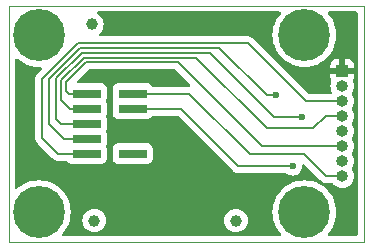
<source format=gbr>
%TF.GenerationSoftware,KiCad,Pcbnew,8.0.2*%
%TF.CreationDate,2025-01-22T12:11:11+05:30*%
%TF.ProjectId,pogo_adapter,706f676f-5f61-4646-9170-7465722e6b69,rev?*%
%TF.SameCoordinates,Original*%
%TF.FileFunction,Copper,L1,Top*%
%TF.FilePolarity,Positive*%
%FSLAX46Y46*%
G04 Gerber Fmt 4.6, Leading zero omitted, Abs format (unit mm)*
G04 Created by KiCad (PCBNEW 8.0.2) date 2025-01-22 12:11:11*
%MOMM*%
%LPD*%
G01*
G04 APERTURE LIST*
%TA.AperFunction,SMDPad,CuDef*%
%ADD10C,1.000000*%
%TD*%
%TA.AperFunction,ComponentPad*%
%ADD11C,4.400000*%
%TD*%
%TA.AperFunction,ComponentPad*%
%ADD12R,1.000000X1.000000*%
%TD*%
%TA.AperFunction,ComponentPad*%
%ADD13O,1.000000X1.000000*%
%TD*%
%TA.AperFunction,SMDPad,CuDef*%
%ADD14R,2.400000X0.740000*%
%TD*%
%TA.AperFunction,ViaPad*%
%ADD15C,0.600000*%
%TD*%
%TA.AperFunction,Conductor*%
%ADD16C,0.200000*%
%TD*%
%TA.AperFunction,Conductor*%
%ADD17C,0.500000*%
%TD*%
%TA.AperFunction,Profile*%
%ADD18C,0.050000*%
%TD*%
G04 APERTURE END LIST*
D10*
%TO.P,FID3,*%
%TO.N,*%
X99200000Y-88200000D03*
%TD*%
%TO.P,FID2,*%
%TO.N,*%
X87000000Y-71600000D03*
%TD*%
%TO.P,FID1,*%
%TO.N,*%
X87200000Y-88200000D03*
%TD*%
D11*
%TO.P,M3,1*%
%TO.N,N/C*%
X82500000Y-87500000D03*
%TD*%
%TO.P,M4,1*%
%TO.N,N/C*%
X105000000Y-87500000D03*
%TD*%
%TO.P,M2,1*%
%TO.N,N/C*%
X105000000Y-72500000D03*
%TD*%
%TO.P,M1,1*%
%TO.N,N/C*%
X82500000Y-72500000D03*
%TD*%
D12*
%TO.P,J2,1,Pin_1*%
%TO.N,GND*%
X108200000Y-75550000D03*
D13*
%TO.P,J2,2,Pin_2*%
%TO.N,/TCK*%
X108200000Y-76820000D03*
%TO.P,J2,3,Pin_3*%
%TO.N,/TMS*%
X108200000Y-78090000D03*
%TO.P,J2,4,Pin_4*%
%TO.N,/TDI*%
X108200000Y-79360000D03*
%TO.P,J2,5,Pin_5*%
%TO.N,/TDO*%
X108200000Y-80630000D03*
%TO.P,J2,6,Pin_6*%
%TO.N,/~{RESET}*%
X108200000Y-81900000D03*
%TO.P,J2,7,Pin_7*%
%TO.N,/TXD*%
X108200000Y-83170000D03*
%TO.P,J2,8,Pin_8*%
%TO.N,/RXD*%
X108200000Y-84440000D03*
%TD*%
D14*
%TO.P,J1,1,Pin_1*%
%TO.N,P1V8*%
X90450000Y-82540000D03*
%TO.P,J1,2,Pin_2*%
%TO.N,/TMS*%
X86550000Y-82540000D03*
%TO.P,J1,3,Pin_3*%
%TO.N,GND*%
X90450000Y-81270000D03*
%TO.P,J1,4,Pin_4*%
%TO.N,/TCK*%
X86550000Y-81270000D03*
%TO.P,J1,5,Pin_5*%
%TO.N,GND*%
X90450000Y-80000000D03*
%TO.P,J1,6,Pin_6*%
%TO.N,/TDO*%
X86550000Y-80000000D03*
%TO.P,J1,7,Pin_7*%
%TO.N,/TXD*%
X90450000Y-78730000D03*
%TO.P,J1,8,Pin_8*%
%TO.N,/TDI*%
X86550000Y-78730000D03*
%TO.P,J1,9,Pin_9*%
%TO.N,/RXD*%
X90450000Y-77460000D03*
%TO.P,J1,10,Pin_10*%
%TO.N,/~{RESET}*%
X86550000Y-77460000D03*
%TD*%
D15*
%TO.N,GND*%
X83500000Y-84000000D03*
X101500000Y-88000000D03*
X97000000Y-85500000D03*
X90500000Y-86000000D03*
X86500000Y-86000000D03*
X102500000Y-84500000D03*
X96000000Y-82000000D03*
X94500000Y-85500000D03*
X97000000Y-89000000D03*
X94500000Y-89000000D03*
X92500000Y-89000000D03*
X109000000Y-88500000D03*
X109000000Y-86500000D03*
X109000000Y-74000000D03*
X109000000Y-71000000D03*
X101500000Y-71000000D03*
X99000000Y-71000000D03*
X96500000Y-71000000D03*
X94500000Y-71000000D03*
X92000000Y-71000000D03*
X81000000Y-75500000D03*
X81000000Y-78000000D03*
X81000000Y-80500000D03*
X81000000Y-83000000D03*
X87500000Y-76000000D03*
X90000000Y-76000000D03*
X93500000Y-76000000D03*
X92500000Y-81500000D03*
X93500000Y-80000000D03*
%TO.N,/TDO*%
X104800000Y-79400000D03*
%TO.N,/TCK*%
X102600000Y-77600000D03*
%TO.N,/TXD*%
X104000000Y-83600000D03*
%TD*%
D16*
%TO.N,/~{RESET}*%
X101400000Y-81900000D02*
X108200000Y-81900000D01*
X94300000Y-74800000D02*
X101400000Y-81900000D01*
X84800000Y-77200000D02*
X84800000Y-76497058D01*
X85060000Y-77460000D02*
X84800000Y-77200000D01*
X84800000Y-76497058D02*
X86497058Y-74800000D01*
X86550000Y-77460000D02*
X85060000Y-77460000D01*
X86497058Y-74800000D02*
X94300000Y-74800000D01*
D17*
%TO.N,GND*%
X92270000Y-81270000D02*
X92500000Y-81500000D01*
X90450000Y-81270000D02*
X92270000Y-81270000D01*
X90450000Y-80000000D02*
X93500000Y-80000000D01*
D16*
%TO.N,/TDO*%
X84000000Y-76165686D02*
X86165686Y-74000000D01*
X86165686Y-74000000D02*
X97000000Y-74000000D01*
X102400000Y-79400000D02*
X104800000Y-79400000D01*
X84000000Y-79600000D02*
X84000000Y-76165686D01*
X84400000Y-80000000D02*
X84000000Y-79600000D01*
X97000000Y-74000000D02*
X102400000Y-79400000D01*
X86550000Y-80000000D02*
X84400000Y-80000000D01*
%TO.N,/TDI*%
X106800000Y-79360000D02*
X108200000Y-79360000D01*
X95800000Y-74400000D02*
X101800000Y-80400000D01*
X86331372Y-74400000D02*
X95800000Y-74400000D01*
X84400000Y-76331372D02*
X86331372Y-74400000D01*
X101800000Y-80400000D02*
X105760000Y-80400000D01*
X84400000Y-78000000D02*
X84400000Y-76331372D01*
X85130000Y-78730000D02*
X84400000Y-78000000D01*
X86550000Y-78730000D02*
X85130000Y-78730000D01*
X105760000Y-80400000D02*
X106800000Y-79360000D01*
%TO.N,/TCK*%
X101800000Y-77600000D02*
X102600000Y-77600000D01*
%TO.N,/TXD*%
X99400000Y-83600000D02*
X104000000Y-83600000D01*
X94530000Y-78730000D02*
X99400000Y-83600000D01*
X90450000Y-78730000D02*
X94530000Y-78730000D01*
%TO.N,/RXD*%
X95260000Y-77460000D02*
X90450000Y-77460000D01*
X105000000Y-82600000D02*
X100400000Y-82600000D01*
X100400000Y-82600000D02*
X95260000Y-77460000D01*
X106840000Y-84440000D02*
X105000000Y-82600000D01*
X108200000Y-84440000D02*
X106840000Y-84440000D01*
%TO.N,/TCK*%
X84670000Y-81270000D02*
X86550000Y-81270000D01*
X86000000Y-73600000D02*
X83400000Y-76200000D01*
X83400000Y-76200000D02*
X83400000Y-80000000D01*
X97800000Y-73600000D02*
X86000000Y-73600000D01*
X101800000Y-77600000D02*
X97800000Y-73600000D01*
X83400000Y-80000000D02*
X84670000Y-81270000D01*
%TO.N,/TMS*%
X84140000Y-82540000D02*
X86550000Y-82540000D01*
X82800000Y-76200000D02*
X82800000Y-81200000D01*
X82800000Y-81200000D02*
X84140000Y-82540000D01*
X85800000Y-73200000D02*
X82800000Y-76200000D01*
X100200000Y-73200000D02*
X85800000Y-73200000D01*
X105090000Y-78090000D02*
X100200000Y-73200000D01*
X108200000Y-78090000D02*
X105090000Y-78090000D01*
%TD*%
%TA.AperFunction,Conductor*%
%TO.N,GND*%
G36*
X102948942Y-70519685D02*
G01*
X102994697Y-70572489D01*
X103004641Y-70641647D01*
X102976786Y-70702640D01*
X102977263Y-70703014D01*
X102975710Y-70704994D01*
X102975616Y-70705203D01*
X102974970Y-70705939D01*
X102773473Y-70963131D01*
X102604454Y-71242723D01*
X102604453Y-71242725D01*
X102470372Y-71540642D01*
X102470366Y-71540657D01*
X102373178Y-71852547D01*
X102314289Y-72173900D01*
X102294564Y-72500000D01*
X102314289Y-72826099D01*
X102373178Y-73147452D01*
X102470366Y-73459342D01*
X102470370Y-73459354D01*
X102470373Y-73459361D01*
X102604455Y-73757279D01*
X102645535Y-73825233D01*
X102773473Y-74036868D01*
X102974954Y-74294039D01*
X103205960Y-74525045D01*
X103463131Y-74726526D01*
X103463134Y-74726528D01*
X103463137Y-74726530D01*
X103742721Y-74895545D01*
X104040639Y-75029627D01*
X104040652Y-75029631D01*
X104040657Y-75029633D01*
X104352547Y-75126821D01*
X104673896Y-75185710D01*
X105000000Y-75205436D01*
X105326104Y-75185710D01*
X105647453Y-75126821D01*
X105959361Y-75029627D01*
X106020401Y-75002155D01*
X107200000Y-75002155D01*
X107200000Y-75300000D01*
X107950000Y-75300000D01*
X107950000Y-74550000D01*
X107652155Y-74550000D01*
X107592627Y-74556401D01*
X107592620Y-74556403D01*
X107457913Y-74606645D01*
X107457906Y-74606649D01*
X107342812Y-74692809D01*
X107342809Y-74692812D01*
X107256649Y-74807906D01*
X107256645Y-74807913D01*
X107206403Y-74942620D01*
X107206401Y-74942627D01*
X107200000Y-75002155D01*
X106020401Y-75002155D01*
X106257279Y-74895545D01*
X106536863Y-74726530D01*
X106794036Y-74525048D01*
X107025048Y-74294036D01*
X107226530Y-74036863D01*
X107395545Y-73757279D01*
X107529627Y-73459361D01*
X107626821Y-73147453D01*
X107685710Y-72826104D01*
X107705436Y-72500000D01*
X107685710Y-72173896D01*
X107626821Y-71852547D01*
X107529633Y-71540657D01*
X107529631Y-71540652D01*
X107529627Y-71540639D01*
X107395545Y-71242721D01*
X107226530Y-70963137D01*
X107226528Y-70963134D01*
X107226526Y-70963131D01*
X107022737Y-70703014D01*
X107023491Y-70702422D01*
X106995560Y-70642991D01*
X107004745Y-70573727D01*
X107049919Y-70520425D01*
X107116738Y-70500007D01*
X107118097Y-70500000D01*
X109376000Y-70500000D01*
X109443039Y-70519685D01*
X109488794Y-70572489D01*
X109500000Y-70624000D01*
X109500000Y-89376000D01*
X109480315Y-89443039D01*
X109427511Y-89488794D01*
X109376000Y-89500000D01*
X107118097Y-89500000D01*
X107051058Y-89480315D01*
X107005303Y-89427511D01*
X106995359Y-89358353D01*
X107023213Y-89297359D01*
X107022737Y-89296986D01*
X107024289Y-89295005D01*
X107024384Y-89294797D01*
X107025029Y-89294060D01*
X107226526Y-89036868D01*
X107226525Y-89036868D01*
X107226530Y-89036863D01*
X107395545Y-88757279D01*
X107529627Y-88459361D01*
X107626821Y-88147453D01*
X107685710Y-87826104D01*
X107705436Y-87500000D01*
X107685710Y-87173896D01*
X107626821Y-86852547D01*
X107529627Y-86540639D01*
X107395545Y-86242721D01*
X107226530Y-85963137D01*
X107226528Y-85963134D01*
X107226526Y-85963131D01*
X107025045Y-85705960D01*
X106794039Y-85474954D01*
X106536868Y-85273473D01*
X106529306Y-85268901D01*
X106257279Y-85104455D01*
X105959361Y-84970373D01*
X105959354Y-84970370D01*
X105959342Y-84970366D01*
X105647452Y-84873178D01*
X105326099Y-84814289D01*
X105000000Y-84794564D01*
X104673900Y-84814289D01*
X104352547Y-84873178D01*
X104040657Y-84970366D01*
X104040641Y-84970372D01*
X104040639Y-84970373D01*
X103884823Y-85040500D01*
X103742725Y-85104453D01*
X103742723Y-85104454D01*
X103463131Y-85273473D01*
X103205960Y-85474954D01*
X102974954Y-85705960D01*
X102773473Y-85963131D01*
X102604454Y-86242723D01*
X102604453Y-86242725D01*
X102470372Y-86540642D01*
X102470366Y-86540657D01*
X102373178Y-86852547D01*
X102314289Y-87173900D01*
X102294564Y-87500000D01*
X102314289Y-87826099D01*
X102373178Y-88147452D01*
X102470366Y-88459342D01*
X102470370Y-88459354D01*
X102470373Y-88459361D01*
X102604455Y-88757279D01*
X102768901Y-89029306D01*
X102773473Y-89036868D01*
X102977263Y-89296986D01*
X102976508Y-89297577D01*
X103004440Y-89357009D01*
X102995255Y-89426273D01*
X102950081Y-89479575D01*
X102883262Y-89499993D01*
X102881903Y-89500000D01*
X84618097Y-89500000D01*
X84551058Y-89480315D01*
X84505303Y-89427511D01*
X84495359Y-89358353D01*
X84523213Y-89297359D01*
X84522737Y-89296986D01*
X84524289Y-89295005D01*
X84524384Y-89294797D01*
X84525029Y-89294060D01*
X84726526Y-89036868D01*
X84726525Y-89036868D01*
X84726530Y-89036863D01*
X84895545Y-88757279D01*
X85029627Y-88459361D01*
X85110447Y-88200000D01*
X86194659Y-88200000D01*
X86213975Y-88396129D01*
X86271188Y-88584733D01*
X86364086Y-88758532D01*
X86364090Y-88758539D01*
X86489116Y-88910883D01*
X86641460Y-89035909D01*
X86641467Y-89035913D01*
X86815266Y-89128811D01*
X86815269Y-89128811D01*
X86815273Y-89128814D01*
X87003868Y-89186024D01*
X87200000Y-89205341D01*
X87396132Y-89186024D01*
X87584727Y-89128814D01*
X87758538Y-89035910D01*
X87910883Y-88910883D01*
X88035910Y-88758538D01*
X88128814Y-88584727D01*
X88186024Y-88396132D01*
X88205341Y-88200000D01*
X98194659Y-88200000D01*
X98213975Y-88396129D01*
X98271188Y-88584733D01*
X98364086Y-88758532D01*
X98364090Y-88758539D01*
X98489116Y-88910883D01*
X98641460Y-89035909D01*
X98641467Y-89035913D01*
X98815266Y-89128811D01*
X98815269Y-89128811D01*
X98815273Y-89128814D01*
X99003868Y-89186024D01*
X99200000Y-89205341D01*
X99396132Y-89186024D01*
X99584727Y-89128814D01*
X99758538Y-89035910D01*
X99910883Y-88910883D01*
X100035910Y-88758538D01*
X100128814Y-88584727D01*
X100186024Y-88396132D01*
X100205341Y-88200000D01*
X100186024Y-88003868D01*
X100128814Y-87815273D01*
X100128811Y-87815269D01*
X100128811Y-87815266D01*
X100035913Y-87641467D01*
X100035909Y-87641460D01*
X99910883Y-87489116D01*
X99758539Y-87364090D01*
X99758532Y-87364086D01*
X99584733Y-87271188D01*
X99584727Y-87271186D01*
X99396132Y-87213976D01*
X99396129Y-87213975D01*
X99200000Y-87194659D01*
X99003870Y-87213975D01*
X98815266Y-87271188D01*
X98641467Y-87364086D01*
X98641460Y-87364090D01*
X98489116Y-87489116D01*
X98364090Y-87641460D01*
X98364086Y-87641467D01*
X98271188Y-87815266D01*
X98213975Y-88003870D01*
X98194659Y-88200000D01*
X88205341Y-88200000D01*
X88186024Y-88003868D01*
X88128814Y-87815273D01*
X88128811Y-87815269D01*
X88128811Y-87815266D01*
X88035913Y-87641467D01*
X88035909Y-87641460D01*
X87910883Y-87489116D01*
X87758539Y-87364090D01*
X87758532Y-87364086D01*
X87584733Y-87271188D01*
X87584727Y-87271186D01*
X87396132Y-87213976D01*
X87396129Y-87213975D01*
X87200000Y-87194659D01*
X87003870Y-87213975D01*
X86815266Y-87271188D01*
X86641467Y-87364086D01*
X86641460Y-87364090D01*
X86489116Y-87489116D01*
X86364090Y-87641460D01*
X86364086Y-87641467D01*
X86271188Y-87815266D01*
X86213975Y-88003870D01*
X86194659Y-88200000D01*
X85110447Y-88200000D01*
X85126821Y-88147453D01*
X85185710Y-87826104D01*
X85205436Y-87500000D01*
X85185710Y-87173896D01*
X85126821Y-86852547D01*
X85029627Y-86540639D01*
X84895545Y-86242721D01*
X84726530Y-85963137D01*
X84726528Y-85963134D01*
X84726526Y-85963131D01*
X84525045Y-85705960D01*
X84294039Y-85474954D01*
X84036868Y-85273473D01*
X84029306Y-85268901D01*
X83757279Y-85104455D01*
X83459361Y-84970373D01*
X83459354Y-84970370D01*
X83459342Y-84970366D01*
X83147452Y-84873178D01*
X82826099Y-84814289D01*
X82500000Y-84794564D01*
X82173900Y-84814289D01*
X81852547Y-84873178D01*
X81540657Y-84970366D01*
X81540641Y-84970372D01*
X81540639Y-84970373D01*
X81384823Y-85040500D01*
X81242725Y-85104453D01*
X81242723Y-85104454D01*
X80963131Y-85273473D01*
X80703014Y-85477263D01*
X80702422Y-85476508D01*
X80642991Y-85504440D01*
X80573727Y-85495255D01*
X80520425Y-85450081D01*
X80500007Y-85383262D01*
X80500000Y-85381903D01*
X80500000Y-74618096D01*
X80519685Y-74551057D01*
X80572489Y-74505302D01*
X80641647Y-74495358D01*
X80702641Y-74523213D01*
X80703014Y-74522737D01*
X80704991Y-74524286D01*
X80705203Y-74524383D01*
X80705946Y-74525034D01*
X80963131Y-74726526D01*
X80963134Y-74726528D01*
X80963137Y-74726530D01*
X81242721Y-74895545D01*
X81540639Y-75029627D01*
X81540652Y-75029631D01*
X81540657Y-75029633D01*
X81852547Y-75126821D01*
X82173896Y-75185710D01*
X82500000Y-75205436D01*
X82647636Y-75196505D01*
X82715740Y-75212106D01*
X82764600Y-75262051D01*
X82778701Y-75330483D01*
X82753567Y-75395675D01*
X82742803Y-75407960D01*
X82431286Y-75719478D01*
X82319481Y-75831282D01*
X82319479Y-75831285D01*
X82269361Y-75918094D01*
X82269359Y-75918096D01*
X82240425Y-75968209D01*
X82240424Y-75968210D01*
X82240423Y-75968215D01*
X82199499Y-76120943D01*
X82199499Y-76120945D01*
X82199499Y-76289046D01*
X82199500Y-76289059D01*
X82199500Y-81113330D01*
X82199499Y-81113348D01*
X82199499Y-81279054D01*
X82199498Y-81279054D01*
X82240424Y-81431787D01*
X82254114Y-81455498D01*
X82254115Y-81455500D01*
X82319477Y-81568712D01*
X82319481Y-81568717D01*
X82438349Y-81687585D01*
X82438355Y-81687590D01*
X83655139Y-82904374D01*
X83655149Y-82904385D01*
X83659479Y-82908715D01*
X83659480Y-82908716D01*
X83771284Y-83020520D01*
X83840908Y-83060717D01*
X83908215Y-83099577D01*
X84060943Y-83140500D01*
X84219057Y-83140500D01*
X84835278Y-83140500D01*
X84902317Y-83160185D01*
X84934543Y-83190187D01*
X84992454Y-83267546D01*
X85038643Y-83302123D01*
X85107664Y-83353793D01*
X85107671Y-83353797D01*
X85242517Y-83404091D01*
X85242516Y-83404091D01*
X85249444Y-83404835D01*
X85302127Y-83410500D01*
X87797872Y-83410499D01*
X87857483Y-83404091D01*
X87992331Y-83353796D01*
X88107546Y-83267546D01*
X88193796Y-83152331D01*
X88244091Y-83017483D01*
X88250500Y-82957873D01*
X88250499Y-82122135D01*
X88749500Y-82122135D01*
X88749500Y-82957870D01*
X88749501Y-82957876D01*
X88755908Y-83017483D01*
X88806202Y-83152328D01*
X88806206Y-83152335D01*
X88892452Y-83267544D01*
X88892455Y-83267547D01*
X89007664Y-83353793D01*
X89007671Y-83353797D01*
X89142517Y-83404091D01*
X89142516Y-83404091D01*
X89149444Y-83404835D01*
X89202127Y-83410500D01*
X91697872Y-83410499D01*
X91757483Y-83404091D01*
X91892331Y-83353796D01*
X92007546Y-83267546D01*
X92093796Y-83152331D01*
X92144091Y-83017483D01*
X92150500Y-82957873D01*
X92150499Y-82122128D01*
X92144091Y-82062517D01*
X92120587Y-81999500D01*
X92093797Y-81927671D01*
X92093793Y-81927664D01*
X92007547Y-81812455D01*
X92007544Y-81812452D01*
X91892335Y-81726206D01*
X91892328Y-81726202D01*
X91757482Y-81675908D01*
X91757483Y-81675908D01*
X91697883Y-81669501D01*
X91697881Y-81669500D01*
X91697873Y-81669500D01*
X91697864Y-81669500D01*
X89202129Y-81669500D01*
X89202123Y-81669501D01*
X89142516Y-81675908D01*
X89007671Y-81726202D01*
X89007664Y-81726206D01*
X88892455Y-81812452D01*
X88892452Y-81812455D01*
X88806206Y-81927664D01*
X88806202Y-81927671D01*
X88755908Y-82062517D01*
X88749501Y-82122116D01*
X88749501Y-82122123D01*
X88749500Y-82122135D01*
X88250499Y-82122135D01*
X88250499Y-82122128D01*
X88244091Y-82062517D01*
X88201502Y-81948332D01*
X88196519Y-81878642D01*
X88201503Y-81861667D01*
X88244091Y-81747482D01*
X88250500Y-81687873D01*
X88250499Y-80852128D01*
X88244091Y-80792517D01*
X88201502Y-80678332D01*
X88196519Y-80608642D01*
X88201503Y-80591667D01*
X88244091Y-80477482D01*
X88250500Y-80417873D01*
X88250499Y-79582128D01*
X88244091Y-79522517D01*
X88243905Y-79522019D01*
X88214603Y-79443456D01*
X88201502Y-79408332D01*
X88196519Y-79338642D01*
X88201503Y-79321667D01*
X88244091Y-79207483D01*
X88250500Y-79147873D01*
X88250499Y-78312128D01*
X88244091Y-78252517D01*
X88242958Y-78249480D01*
X88201503Y-78138333D01*
X88196519Y-78068642D01*
X88201503Y-78051667D01*
X88239600Y-77949523D01*
X88244091Y-77937483D01*
X88250500Y-77877873D01*
X88250499Y-77042128D01*
X88244091Y-76982517D01*
X88242958Y-76979480D01*
X88193797Y-76847671D01*
X88193793Y-76847664D01*
X88107547Y-76732455D01*
X88107544Y-76732452D01*
X87992335Y-76646206D01*
X87992328Y-76646202D01*
X87857482Y-76595908D01*
X87857483Y-76595908D01*
X87797883Y-76589501D01*
X87797881Y-76589500D01*
X87797873Y-76589500D01*
X87797865Y-76589500D01*
X85856154Y-76589500D01*
X85789115Y-76569815D01*
X85743360Y-76517011D01*
X85733416Y-76447853D01*
X85762441Y-76384297D01*
X85768473Y-76377819D01*
X86162203Y-75984090D01*
X86709474Y-75436819D01*
X86770797Y-75403334D01*
X86797155Y-75400500D01*
X93999903Y-75400500D01*
X94066942Y-75420185D01*
X94087584Y-75436819D01*
X95298583Y-76647818D01*
X95332068Y-76709141D01*
X95327084Y-76778833D01*
X95285212Y-76834766D01*
X95219748Y-76859183D01*
X95210902Y-76859499D01*
X95173347Y-76859499D01*
X95173331Y-76859500D01*
X92164722Y-76859500D01*
X92097683Y-76839815D01*
X92065455Y-76809811D01*
X92007546Y-76732454D01*
X91976404Y-76709141D01*
X91892335Y-76646206D01*
X91892328Y-76646202D01*
X91757482Y-76595908D01*
X91757483Y-76595908D01*
X91697883Y-76589501D01*
X91697881Y-76589500D01*
X91697873Y-76589500D01*
X91697864Y-76589500D01*
X89202129Y-76589500D01*
X89202123Y-76589501D01*
X89142516Y-76595908D01*
X89007671Y-76646202D01*
X89007664Y-76646206D01*
X88892455Y-76732452D01*
X88892452Y-76732455D01*
X88806206Y-76847664D01*
X88806202Y-76847671D01*
X88755908Y-76982517D01*
X88749501Y-77042116D01*
X88749501Y-77042123D01*
X88749500Y-77042135D01*
X88749500Y-77877870D01*
X88749501Y-77877876D01*
X88755908Y-77937483D01*
X88798496Y-78051667D01*
X88803480Y-78121359D01*
X88798496Y-78138333D01*
X88755908Y-78252516D01*
X88749501Y-78312116D01*
X88749501Y-78312123D01*
X88749500Y-78312135D01*
X88749500Y-79147870D01*
X88749501Y-79147876D01*
X88755908Y-79207483D01*
X88806202Y-79342328D01*
X88806206Y-79342335D01*
X88892452Y-79457544D01*
X88892455Y-79457547D01*
X89007664Y-79543793D01*
X89007671Y-79543797D01*
X89142517Y-79594091D01*
X89142516Y-79594091D01*
X89149444Y-79594835D01*
X89202127Y-79600500D01*
X91697872Y-79600499D01*
X91757483Y-79594091D01*
X91892331Y-79543796D01*
X92007546Y-79457546D01*
X92065456Y-79380188D01*
X92121389Y-79338318D01*
X92164722Y-79330500D01*
X94229903Y-79330500D01*
X94296942Y-79350185D01*
X94317584Y-79366819D01*
X98915139Y-83964374D01*
X98915149Y-83964385D01*
X98919479Y-83968715D01*
X98919480Y-83968716D01*
X99031284Y-84080520D01*
X99118095Y-84130639D01*
X99118097Y-84130641D01*
X99156151Y-84152611D01*
X99168215Y-84159577D01*
X99320943Y-84200500D01*
X99479057Y-84200500D01*
X103417588Y-84200500D01*
X103484627Y-84220185D01*
X103494903Y-84227555D01*
X103497736Y-84229814D01*
X103497738Y-84229816D01*
X103650478Y-84325789D01*
X103820745Y-84385368D01*
X103820750Y-84385369D01*
X103999996Y-84405565D01*
X104000000Y-84405565D01*
X104000004Y-84405565D01*
X104179249Y-84385369D01*
X104179252Y-84385368D01*
X104179255Y-84385368D01*
X104349522Y-84325789D01*
X104502262Y-84229816D01*
X104629816Y-84102262D01*
X104725789Y-83949522D01*
X104785368Y-83779255D01*
X104790484Y-83733851D01*
X104805565Y-83600003D01*
X104805565Y-83599999D01*
X104804840Y-83593570D01*
X104801408Y-83563108D01*
X104813462Y-83494288D01*
X104860810Y-83442908D01*
X104928420Y-83425283D01*
X104994826Y-83447008D01*
X105012309Y-83461544D01*
X106355139Y-84804374D01*
X106355149Y-84804385D01*
X106359479Y-84808715D01*
X106359480Y-84808716D01*
X106471284Y-84920520D01*
X106550448Y-84966225D01*
X106608215Y-84999577D01*
X106760943Y-85040501D01*
X106760946Y-85040501D01*
X106926653Y-85040501D01*
X106926669Y-85040500D01*
X107339880Y-85040500D01*
X107406919Y-85060185D01*
X107435733Y-85085835D01*
X107489116Y-85150883D01*
X107641460Y-85275909D01*
X107641467Y-85275913D01*
X107815266Y-85368811D01*
X107815269Y-85368811D01*
X107815273Y-85368814D01*
X108003868Y-85426024D01*
X108200000Y-85445341D01*
X108396132Y-85426024D01*
X108584727Y-85368814D01*
X108758538Y-85275910D01*
X108910883Y-85150883D01*
X109035910Y-84998538D01*
X109128814Y-84824727D01*
X109186024Y-84636132D01*
X109205341Y-84440000D01*
X109186024Y-84243868D01*
X109128814Y-84055273D01*
X109035910Y-83881462D01*
X109035907Y-83881458D01*
X109032523Y-83876393D01*
X109034164Y-83875296D01*
X109010405Y-83819361D01*
X109022194Y-83750493D01*
X109032888Y-83733851D01*
X109032523Y-83733607D01*
X109035904Y-83728544D01*
X109035910Y-83728538D01*
X109128814Y-83554727D01*
X109186024Y-83366132D01*
X109205341Y-83170000D01*
X109186024Y-82973868D01*
X109128814Y-82785273D01*
X109035910Y-82611462D01*
X109035907Y-82611458D01*
X109032523Y-82606393D01*
X109034164Y-82605296D01*
X109010405Y-82549361D01*
X109022194Y-82480493D01*
X109032888Y-82463851D01*
X109032523Y-82463607D01*
X109035904Y-82458544D01*
X109035910Y-82458538D01*
X109128814Y-82284727D01*
X109186024Y-82096132D01*
X109205341Y-81900000D01*
X109186024Y-81703868D01*
X109128814Y-81515273D01*
X109035910Y-81341462D01*
X109035907Y-81341458D01*
X109032523Y-81336393D01*
X109034164Y-81335296D01*
X109010405Y-81279361D01*
X109022194Y-81210493D01*
X109032888Y-81193851D01*
X109032523Y-81193607D01*
X109035904Y-81188544D01*
X109035910Y-81188538D01*
X109128814Y-81014727D01*
X109186024Y-80826132D01*
X109205341Y-80630000D01*
X109186024Y-80433868D01*
X109128814Y-80245273D01*
X109035910Y-80071462D01*
X109035907Y-80071458D01*
X109032523Y-80066393D01*
X109034164Y-80065296D01*
X109010405Y-80009361D01*
X109022194Y-79940493D01*
X109032888Y-79923851D01*
X109032523Y-79923607D01*
X109035904Y-79918544D01*
X109035910Y-79918538D01*
X109128814Y-79744727D01*
X109186024Y-79556132D01*
X109205341Y-79360000D01*
X109186024Y-79163868D01*
X109128814Y-78975273D01*
X109035910Y-78801462D01*
X109035907Y-78801458D01*
X109032523Y-78796393D01*
X109034164Y-78795296D01*
X109010405Y-78739361D01*
X109022194Y-78670493D01*
X109032888Y-78653851D01*
X109032523Y-78653607D01*
X109035904Y-78648544D01*
X109035910Y-78648538D01*
X109128814Y-78474727D01*
X109186024Y-78286132D01*
X109205341Y-78090000D01*
X109186024Y-77893868D01*
X109128814Y-77705273D01*
X109035910Y-77531462D01*
X109035907Y-77531458D01*
X109032523Y-77526393D01*
X109034164Y-77525296D01*
X109010405Y-77469361D01*
X109022194Y-77400493D01*
X109032888Y-77383851D01*
X109032523Y-77383607D01*
X109035904Y-77378544D01*
X109035910Y-77378538D01*
X109128814Y-77204727D01*
X109186024Y-77016132D01*
X109205341Y-76820000D01*
X109186024Y-76623868D01*
X109128814Y-76435273D01*
X109127419Y-76432663D01*
X109127100Y-76431135D01*
X109126482Y-76429641D01*
X109126765Y-76429523D01*
X109113174Y-76364261D01*
X109137512Y-76299890D01*
X109143351Y-76292089D01*
X109193597Y-76157376D01*
X109193598Y-76157372D01*
X109199999Y-76097844D01*
X109200000Y-76097827D01*
X109200000Y-75800000D01*
X108409618Y-75800000D01*
X108460064Y-75749554D01*
X108502851Y-75675445D01*
X108525000Y-75592787D01*
X108525000Y-75507213D01*
X108502851Y-75424555D01*
X108460064Y-75350446D01*
X108409618Y-75300000D01*
X108450000Y-75300000D01*
X109200000Y-75300000D01*
X109200000Y-75002172D01*
X109199999Y-75002155D01*
X109193598Y-74942627D01*
X109193596Y-74942620D01*
X109143354Y-74807913D01*
X109143350Y-74807906D01*
X109057190Y-74692812D01*
X109057187Y-74692809D01*
X108942093Y-74606649D01*
X108942086Y-74606645D01*
X108807379Y-74556403D01*
X108807372Y-74556401D01*
X108747844Y-74550000D01*
X108450000Y-74550000D01*
X108450000Y-75300000D01*
X108409618Y-75300000D01*
X108399554Y-75289936D01*
X108325445Y-75247149D01*
X108242787Y-75225000D01*
X108157213Y-75225000D01*
X108074555Y-75247149D01*
X108000446Y-75289936D01*
X107939936Y-75350446D01*
X107897149Y-75424555D01*
X107875000Y-75507213D01*
X107875000Y-75592787D01*
X107897149Y-75675445D01*
X107939936Y-75749554D01*
X107990382Y-75800000D01*
X107200000Y-75800000D01*
X107200000Y-76097844D01*
X107206401Y-76157372D01*
X107206402Y-76157376D01*
X107256648Y-76292091D01*
X107262490Y-76299894D01*
X107286908Y-76365359D01*
X107273251Y-76429535D01*
X107273517Y-76429646D01*
X107272921Y-76431082D01*
X107272589Y-76432647D01*
X107271188Y-76435268D01*
X107213975Y-76623870D01*
X107194659Y-76820000D01*
X107213975Y-77016129D01*
X107271188Y-77204733D01*
X107325876Y-77307047D01*
X107340118Y-77375450D01*
X107315118Y-77440694D01*
X107258812Y-77482064D01*
X107216518Y-77489500D01*
X105390097Y-77489500D01*
X105323058Y-77469815D01*
X105302416Y-77453181D01*
X100687590Y-72838355D01*
X100687588Y-72838352D01*
X100568717Y-72719481D01*
X100568716Y-72719480D01*
X100481904Y-72669360D01*
X100481904Y-72669359D01*
X100481900Y-72669358D01*
X100431785Y-72640423D01*
X100279057Y-72599499D01*
X100120943Y-72599499D01*
X100113347Y-72599499D01*
X100113331Y-72599500D01*
X87705760Y-72599500D01*
X87638721Y-72579815D01*
X87592966Y-72527011D01*
X87583022Y-72457853D01*
X87612047Y-72394297D01*
X87627095Y-72379647D01*
X87710883Y-72310883D01*
X87835909Y-72158539D01*
X87835913Y-72158532D01*
X87928811Y-71984733D01*
X87928811Y-71984732D01*
X87928814Y-71984727D01*
X87986024Y-71796132D01*
X88005341Y-71600000D01*
X87986024Y-71403868D01*
X87928814Y-71215273D01*
X87928811Y-71215269D01*
X87928811Y-71215266D01*
X87835913Y-71041467D01*
X87835909Y-71041460D01*
X87710883Y-70889116D01*
X87558539Y-70764090D01*
X87558532Y-70764086D01*
X87501044Y-70733358D01*
X87451200Y-70684396D01*
X87435739Y-70616258D01*
X87459571Y-70550579D01*
X87515128Y-70508210D01*
X87559497Y-70500000D01*
X102881903Y-70500000D01*
X102948942Y-70519685D01*
G37*
%TD.AperFunction*%
%TD*%
D18*
X80000000Y-70000000D02*
X110000000Y-70000000D01*
X80000000Y-90000000D02*
X80000000Y-70000000D01*
X110000000Y-90000000D02*
X80000000Y-90000000D01*
X110000000Y-70000000D02*
X110000000Y-90000000D01*
M02*

</source>
